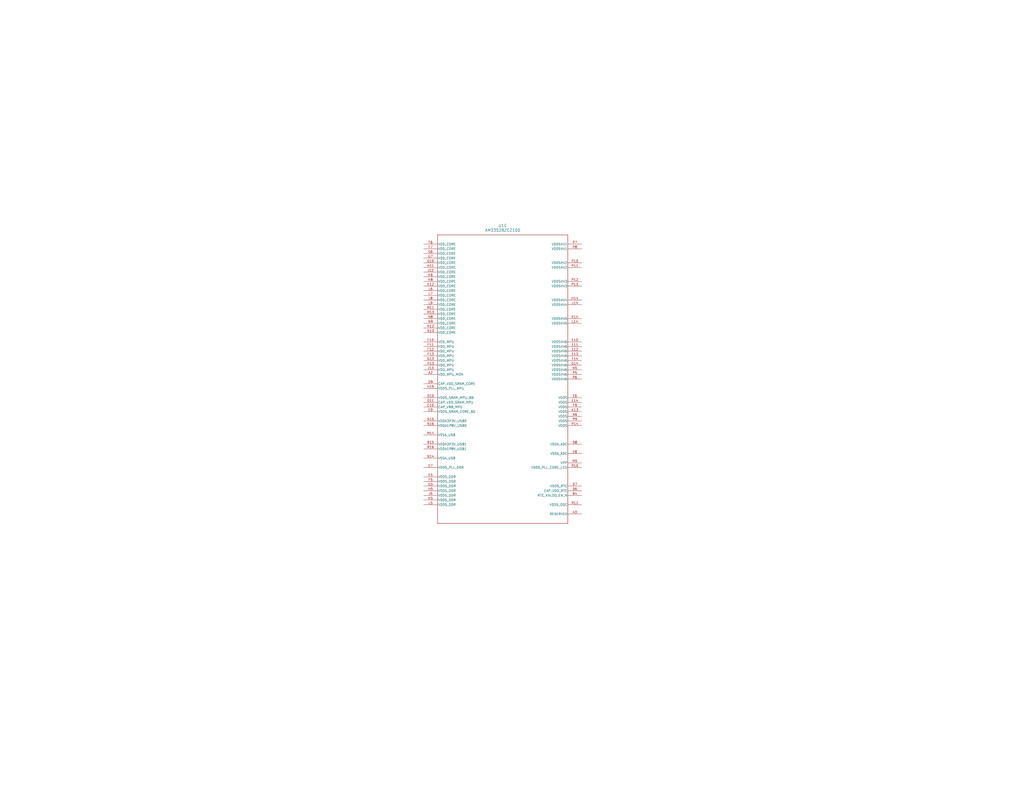
<source format=kicad_sch>
(kicad_sch (version 20231120) (generator "eeschema") (generator_version "8.0")
  (paper "C")
  (lib_symbols
    (symbol "2024-05-21_15-48-39:AM3352BZCZ100" (pin_names (offset 0.254))
      (property "Reference" "U" (at 0 2.54 0))
      (property "Value" "AM3352BZCZ100" (at 0 0 0))
      (symbol "AM3352BZCZ100_1_1"
        (polyline (pts (xy -30.48 -88.9) (xy 30.48 -88.9)) (stroke (width 0.2032)))
        (polyline (pts (xy -30.48 91.44) (xy -30.48 -88.9)) (stroke (width 0.2032)))
        (polyline (pts (xy 30.48 -88.9) (xy 30.48 91.44)) (stroke (width 0.2032)))
        (polyline (pts (xy 30.48 91.44) (xy -30.48 91.44)) (stroke (width 0.2032)))
        (pin bidirectional line (at 38.1 83.82 180) (length 7.62) (name "WARMRST_N") (number "A10"))
        (pin output line (at 38.1 53.34 180) (length 7.62) (name "TDO") (number "A11"))
        (pin input line (at 38.1 55.88 180) (length 7.62) (name "TCK") (number "A12"))
        (pin input line (at 38.1 73.66 180) (length 7.62) (name "XDMA_EVENT_INTR0") (number "A15"))
        (pin output line (at -38.1 68.58 0) (length 7.62) (name "RTC_XTALOUT") (number "A4"))
        (pin power_in line (at -38.1 66.04 0) (length 7.62) (name "VSS_RTC") (number "A5"))
        (pin input line (at -38.1 73.66 0) (length 7.62) (name "RTC_XTALIN") (number "A6"))
        (pin output line (at -38.1 45.72 0) (length 7.62) (name "DDR_A5") (number "B1"))
        (pin input line (at 38.1 63.5 180) (length 7.62) (name "TRST_N") (number "B10"))
        (pin input line (at 38.1 58.42 180) (length 7.62) (name "TDI") (number "B11"))
        (pin bidirectional line (at 38.1 48.26 180) (length 7.62) (name "EMU1") (number "B14"))
        (pin input line (at 38.1 86.36 180) (length 7.62) (name "PWRONRST_N") (number "B15"))
        (pin input line (at 38.1 76.2 180) (length 7.62) (name "EXTINT_N") (number "B18"))
        (pin output line (at -38.1 -50.8 0) (length 7.62) (name "DDR_WE_N") (number "B2"))
        (pin output line (at -38.1 12.7 0) (length 7.62) (name "DDR_BA2") (number "B3"))
        (pin input line (at 38.1 81.28 180) (length 7.62) (name "RTC_PWRONRST_N") (number "B5"))
        (pin output line (at -38.1 35.56 0) (length 7.62) (name "DDR_A9") (number "C1"))
        (pin input line (at 38.1 60.96 180) (length 7.62) (name "TMS") (number "C11"))
        (pin bidirectional line (at 38.1 50.8 180) (length 7.62) (name "EMU0") (number "C14"))
        (pin output line (at -38.1 48.26 0) (length 7.62) (name "DDR_A4") (number "C2"))
        (pin output line (at -38.1 50.8 0) (length 7.62) (name "DDR_A3") (number "C3"))
        (pin output line (at -38.1 17.78 0) (length 7.62) (name "DDR_BA0") (number "C4"))
        (pin output line (at -38.1 -38.1 0) (length 7.62) (name "DDR_CK_N") (number "D1"))
        (pin input line (at 38.1 71.12 180) (length 7.62) (name "XDMA_EVENT_INTR1") (number "D14"))
        (pin output line (at -38.1 -35.56 0) (length 7.62) (name "DDR_CK") (number "D2"))
        (pin output line (at -38.1 20.32 0) (length 7.62) (name "DDR_A15") (number "D3"))
        (pin output line (at -38.1 38.1 0) (length 7.62) (name "DDR_A8") (number "D4"))
        (pin output line (at -38.1 43.18 0) (length 7.62) (name "DDR_A6") (number "D5"))
        (pin output line (at -38.1 15.24 0) (length 7.62) (name "DDR_BA1") (number "E1"))
        (pin output line (at -38.1 40.64 0) (length 7.62) (name "DDR_A7") (number "E2"))
        (pin output line (at -38.1 27.94 0) (length 7.62) (name "DDR_A12") (number "E3"))
        (pin output line (at -38.1 53.34 0) (length 7.62) (name "DDR_A2") (number "E4"))
        (pin output line (at -38.1 -45.72 0) (length 7.62) (name "DDR_CAS_N") (number "F1"))
        (pin bidirectional line (at 38.1 -81.28 180) (length 7.62) (name "MMC0_DAT3") (number "F17"))
        (pin bidirectional line (at 38.1 -78.74 180) (length 7.62) (name "MMC0_DAT2") (number "F18"))
        (pin output line (at -38.1 30.48 0) (length 7.62) (name "DDR_A11") (number "F2"))
        (pin output line (at -38.1 58.42 0) (length 7.62) (name "DDR_A0") (number "F3"))
        (pin output line (at -38.1 33.02 0) (length 7.62) (name "DDR_A10") (number "F4"))
        (pin output line (at -38.1 -73.66 0) (length 7.62) (name "DDR_ODT") (number "G1"))
        (pin bidirectional line (at 38.1 -76.2 180) (length 7.62) (name "MMC0_DAT1") (number "G15"))
        (pin bidirectional line (at 38.1 -73.66 180) (length 7.62) (name "MMC0_DAT0") (number "G16"))
        (pin bidirectional line (at 38.1 -71.12 180) (length 7.62) (name "MMC0_CLK") (number "G17"))
        (pin bidirectional line (at 38.1 -68.58 180) (length 7.62) (name "MMC0_CMD") (number "G18"))
        (pin output line (at -38.1 -76.2 0) (length 7.62) (name "DDR_RESET_N") (number "G2"))
        (pin output line (at -38.1 -40.64 0) (length 7.62) (name "DDR_CKE") (number "G3"))
        (pin output line (at -38.1 -48.26 0) (length 7.62) (name "DDR_RAS_N") (number "G4"))
        (pin output line (at -38.1 55.88 0) (length 7.62) (name "DDR_A1") (number "H1"))
        (pin output line (at -38.1 -43.18 0) (length 7.62) (name "DDR_CS0_N") (number "H2"))
        (pin output line (at -38.1 25.4 0) (length 7.62) (name "DDR_A13") (number "H3"))
        (pin output line (at -38.1 22.86 0) (length 7.62) (name "DDR_A14") (number "H4"))
        (pin bidirectional line (at -38.1 -12.7 0) (length 7.62) (name "DDR_D8") (number "J1"))
        (pin output line (at -38.1 -63.5 0) (length 7.62) (name "DDR_DQM1") (number "J2"))
        (pin power_in line (at -38.1 -78.74 0) (length 7.62) (name "DDR_VTP") (number "J3"))
        (pin power_in line (at -38.1 -83.82 0) (length 7.62) (name "DDR_VREF") (number "J4"))
        (pin bidirectional line (at -38.1 -15.24 0) (length 7.62) (name "DDR_D9") (number "K1"))
        (pin bidirectional line (at -38.1 -17.78 0) (length 7.62) (name "DDR_D10") (number "K2"))
        (pin bidirectional line (at -38.1 -20.32 0) (length 7.62) (name "DDR_D11") (number "K3"))
        (pin bidirectional line (at -38.1 -22.86 0) (length 7.62) (name "DDR_D12") (number "K4"))
        (pin bidirectional line (at -38.1 -66.04 0) (length 7.62) (name "DDR_DQS1") (number "L1"))
        (pin bidirectional line (at -38.1 -68.58 0) (length 7.62) (name "DDR_DQS1_N") (number "L2"))
        (pin bidirectional line (at -38.1 -25.4 0) (length 7.62) (name "DDR_D13") (number "L3"))
        (pin bidirectional line (at -38.1 -27.94 0) (length 7.62) (name "DDR_D14") (number "L4"))
        (pin bidirectional line (at -38.1 -30.48 0) (length 7.62) (name "DDR_D15") (number "M1"))
        (pin output line (at -38.1 -55.88 0) (length 7.62) (name "DDR_DQM0") (number "M2"))
        (pin bidirectional line (at -38.1 7.62 0) (length 7.62) (name "DDR_D0") (number "M3"))
        (pin bidirectional line (at -38.1 5.08 0) (length 7.62) (name "DDR_D1") (number "M4"))
        (pin bidirectional line (at -38.1 2.54 0) (length 7.62) (name "DDR_D2") (number "N1"))
        (pin bidirectional line (at -38.1 0 0) (length 7.62) (name "DDR_D3") (number "N2"))
        (pin bidirectional line (at -38.1 -2.54 0) (length 7.62) (name "DDR_D4") (number "N3"))
        (pin bidirectional line (at -38.1 -5.08 0) (length 7.62) (name "DDR_D5") (number "N4"))
        (pin bidirectional line (at -38.1 -58.42 0) (length 7.62) (name "DDR_DQS0") (number "P1"))
        (pin bidirectional line (at -38.1 -60.96 0) (length 7.62) (name "DDR_DQS0_N") (number "P2"))
        (pin bidirectional line (at -38.1 -7.62 0) (length 7.62) (name "DDR_D6") (number "P3"))
        (pin bidirectional line (at -38.1 -10.16 0) (length 7.62) (name "DDR_D7") (number "P4"))
        (pin bidirectional line (at 38.1 -22.86 180) (length 7.62) (name "GPMC_AD13") (number "R12"))
        (pin bidirectional line (at 38.1 -33.02 180) (length 7.62) (name "GPMC_A0") (number "R13"))
        (pin bidirectional line (at 38.1 -43.18 180) (length 7.62) (name "GPMC_A4") (number "R14"))
        (pin bidirectional line (at 38.1 25.4 180) (length 7.62) (name "GPMC_ADV_ALE_N") (number "R7"))
        (pin bidirectional line (at 38.1 5.08 180) (length 7.62) (name "GPMC_AD2") (number "R8"))
        (pin bidirectional line (at 38.1 -5.08 180) (length 7.62) (name "GPMC_AD6") (number "R9"))
        (pin bidirectional line (at 38.1 -12.7 180) (length 7.62) (name "GPMC_AD9") (number "T10"))
        (pin bidirectional line (at 38.1 -15.24 180) (length 7.62) (name "GPMC_AD10") (number "T11"))
        (pin bidirectional line (at 38.1 -20.32 180) (length 7.62) (name "GPMC_AD12") (number "T12"))
        (pin bidirectional line (at 38.1 33.02 180) (length 7.62) (name "GPMC_CS3_N") (number "T13"))
        (pin bidirectional line (at 38.1 -40.64 180) (length 7.62) (name "GPMC_A3") (number "T14"))
        (pin bidirectional line (at 38.1 -50.8 180) (length 7.62) (name "GPMC_A7") (number "T15"))
        (pin bidirectional line (at 38.1 -58.42 180) (length 7.62) (name "GPMC_A10") (number "T16"))
        (pin bidirectional line (at 38.1 17.78 180) (length 7.62) (name "GPMC_WAIT0") (number "T17"))
        (pin bidirectional line (at 38.1 22.86 180) (length 7.62) (name "GPMC_BE0_CLE_N") (number "T6"))
        (pin bidirectional line (at 38.1 27.94 180) (length 7.62) (name "GPMC_OEN_RE_N") (number "T7"))
        (pin bidirectional line (at 38.1 2.54 180) (length 7.62) (name "GPMC_AD3") (number "T8"))
        (pin bidirectional line (at 38.1 -7.62 180) (length 7.62) (name "GPMC_AD7") (number "T9"))
        (pin bidirectional line (at 38.1 -10.16 180) (length 7.62) (name "GPMC_AD8") (number "U10"))
        (pin output line (at -38.1 81.28 0) (length 7.62) (name "XTALOUT") (number "U11"))
        (pin bidirectional line (at 38.1 -17.78 180) (length 7.62) (name "GPMC_AD11") (number "U12"))
        (pin bidirectional line (at 38.1 -27.94 180) (length 7.62) (name "GPMC_AD15") (number "U13"))
        (pin bidirectional line (at 38.1 -38.1 180) (length 7.62) (name "GPMC_A2") (number "U14"))
        (pin bidirectional line (at 38.1 -48.26 180) (length 7.62) (name "GPMC_A6") (number "U15"))
        (pin bidirectional line (at 38.1 -55.88 180) (length 7.62) (name "GPMC_A9") (number "U16"))
        (pin bidirectional line (at 38.1 15.24 180) (length 7.62) (name "GPMC_WP_N") (number "U17"))
        (pin bidirectional line (at 38.1 20.32 180) (length 7.62) (name "GPMC_BE1_N") (number "U18"))
        (pin bidirectional line (at 38.1 30.48 180) (length 7.62) (name "GPMC_WE_N") (number "U6"))
        (pin bidirectional line (at 38.1 10.16 180) (length 7.62) (name "GPMC_AD0") (number "U7"))
        (pin bidirectional line (at 38.1 0 180) (length 7.62) (name "GPMC_AD4") (number "U8"))
        (pin bidirectional line (at 38.1 38.1 180) (length 7.62) (name "GPMC_CS1_N") (number "U9"))
        (pin input line (at -38.1 86.36 0) (length 7.62) (name "XTALIN") (number "V10"))
        (pin power_in line (at -38.1 78.74 0) (length 7.62) (name "VSS_OSC") (number "V11"))
        (pin bidirectional line (at 38.1 43.18 180) (length 7.62) (name "GPMC_CLK") (number "V12"))
        (pin bidirectional line (at 38.1 -25.4 180) (length 7.62) (name "GPMC_AD14") (number "V13"))
        (pin bidirectional line (at 38.1 -35.56 180) (length 7.62) (name "GPMC_A1") (number "V14"))
        (pin bidirectional line (at 38.1 -45.72 180) (length 7.62) (name "GPMC_A5") (number "V15"))
        (pin bidirectional line (at 38.1 -53.34 180) (length 7.62) (name "GPMC_A8") (number "V16"))
        (pin bidirectional line (at 38.1 -60.96 180) (length 7.62) (name "GPMC_A11") (number "V17"))
        (pin bidirectional line (at 38.1 40.64 180) (length 7.62) (name "GPMC_CS0_N") (number "V6"))
        (pin bidirectional line (at 38.1 7.62 180) (length 7.62) (name "GPMC_AD1") (number "V7"))
        (pin bidirectional line (at 38.1 -2.54 180) (length 7.62) (name "GPMC_AD5") (number "V8"))
        (pin bidirectional line (at 38.1 35.56 180) (length 7.62) (name "GPMC_CS2_N") (number "V9"))
      )
      (symbol "AM3352BZCZ100_2_1"
        (polyline (pts (xy -25.4 -71.12) (xy 25.4 -71.12)) (stroke (width 0.2032)))
        (polyline (pts (xy -25.4 71.12) (xy -25.4 -71.12)) (stroke (width 0.2032)))
        (polyline (pts (xy 25.4 -71.12) (xy 25.4 71.12)) (stroke (width 0.2032)))
        (polyline (pts (xy 25.4 71.12) (xy -25.4 71.12)) (stroke (width 0.2032)))
        (pin bidirectional line (at 33.02 -45.72 180) (length 7.62) (name "MCASP0_ACLKX") (number "A13"))
        (pin bidirectional line (at 33.02 -43.18 180) (length 7.62) (name "MCASP0_AHCLKX") (number "A14"))
        (pin bidirectional line (at -33.02 17.78 0) (length 7.62) (name "SPI0_CS0") (number "A16"))
        (pin bidirectional line (at -33.02 25.4 0) (length 7.62) (name "SPI0_SCLK") (number "A17"))
        (pin bidirectional line (at -33.02 48.26 0) (length 7.62) (name "AIN3") (number "A7"))
        (pin input line (at -33.02 40.64 0) (length 7.62) (name "AIN6") (number "A8"))
        (pin power_in line (at -33.02 30.48 0) (length 7.62) (name "VREFN") (number "A9"))
        (pin bidirectional line (at 33.02 -55.88 180) (length 7.62) (name "MCASP0_ACLKR") (number "B12"))
        (pin bidirectional line (at 33.02 -48.26 180) (length 7.62) (name "MCASP0_FSX") (number "B13"))
        (pin bidirectional line (at -33.02 20.32 0) (length 7.62) (name "SPI0_D1") (number "B16"))
        (pin bidirectional line (at -33.02 22.86 0) (length 7.62) (name "SPI0_D0") (number "B17"))
        (pin bidirectional line (at -33.02 55.88 0) (length 7.62) (name "AIN0") (number "B6"))
        (pin bidirectional line (at -33.02 50.8 0) (length 7.62) (name "AIN2") (number "B7"))
        (pin input line (at -33.02 43.18 0) (length 7.62) (name "AIN5") (number "B8"))
        (pin power_in line (at -33.02 33.02 0) (length 7.62) (name "VREFP") (number "B9"))
        (pin bidirectional line (at 33.02 -53.34 180) (length 7.62) (name "MCASP0_AHCLKR") (number "C12"))
        (pin bidirectional line (at 33.02 -58.42 180) (length 7.62) (name "MCASP0_FSR") (number "C13"))
        (pin bidirectional line (at -33.02 15.24 0) (length 7.62) (name "SPI0_CS1") (number "C15"))
        (pin bidirectional line (at -33.02 -20.32 0) (length 7.62) (name "I2C0_SCL") (number "C16"))
        (pin bidirectional line (at -33.02 -22.86 0) (length 7.62) (name "I2C0_SDA") (number "C17"))
        (pin bidirectional line (at -33.02 -66.04 0) (length 7.62) (name "ECAP0_IN_PWM0_OUT") (number "C18"))
        (pin input line (at -33.02 63.5 0) (length 7.62) (name "EXT_WAKEUP") (number "C5"))
        (pin output line (at -33.02 66.04 0) (length 7.62) (name "PMIC_POWER_EN") (number "C6"))
        (pin bidirectional line (at -33.02 53.34 0) (length 7.62) (name "AIN1") (number "C7"))
        (pin bidirectional line (at -33.02 45.72 0) (length 7.62) (name "AIN4") (number "C8"))
        (pin input line (at -33.02 38.1 0) (length 7.62) (name "AIN7") (number "C9"))
        (pin bidirectional line (at 33.02 -50.8 180) (length 7.62) (name "MCASP0_AXR0") (number "D12"))
        (pin bidirectional line (at 33.02 -60.96 180) (length 7.62) (name "MCASP0_AXR1") (number "D13"))
        (pin bidirectional line (at -33.02 -7.62 0) (length 7.62) (name "UART1_TXD") (number "D15"))
        (pin bidirectional line (at -33.02 -10.16 0) (length 7.62) (name "UART1_RXD") (number "D16"))
        (pin bidirectional line (at -33.02 -15.24 0) (length 7.62) (name "UART1_RTS_N") (number "D17"))
        (pin bidirectional line (at -33.02 -12.7 0) (length 7.62) (name "UART1_CTS_N") (number "D18"))
        (pin bidirectional line (at -33.02 7.62 0) (length 7.62) (name "UART0_RXD") (number "E15"))
        (pin bidirectional line (at -33.02 10.16 0) (length 7.62) (name "UART0_TXD") (number "E16"))
        (pin bidirectional line (at -33.02 2.54 0) (length 7.62) (name "UART0_RTS_N") (number "E17"))
        (pin bidirectional line (at -33.02 5.08 0) (length 7.62) (name "UART0_CTS_N") (number "E18"))
        (pin bidirectional line (at -33.02 -55.88 0) (length 7.62) (name "USB1_DRVVBUS") (number "F15"))
        (pin bidirectional line (at -33.02 -38.1 0) (length 7.62) (name "USB0_DRVVBUS") (number "F16"))
        (pin bidirectional line (at 33.02 48.26 180) (length 7.62) (name "MII1_COL") (number "H16"))
        (pin bidirectional line (at 33.02 50.8 180) (length 7.62) (name "MII1_CRS") (number "H17"))
        (pin bidirectional line (at 33.02 22.86 180) (length 7.62) (name "RMII1_REF_CLK") (number "H18"))
        (pin bidirectional line (at 33.02 30.48 180) (length 7.62) (name "MII1_RX_ER") (number "J15"))
        (pin bidirectional line (at 33.02 53.34 180) (length 7.62) (name "MII1_TX_EN") (number "J16"))
        (pin bidirectional line (at 33.02 27.94 180) (length 7.62) (name "MII1_RX_DV") (number "J17"))
        (pin bidirectional line (at 33.02 55.88 180) (length 7.62) (name "MII1_TXD3") (number "J18"))
        (pin bidirectional line (at 33.02 58.42 180) (length 7.62) (name "MII1_TXD2") (number "K15"))
        (pin bidirectional line (at 33.02 60.96 180) (length 7.62) (name "MII1_TXD1") (number "K16"))
        (pin bidirectional line (at 33.02 63.5 180) (length 7.62) (name "MII1_TXD0") (number "K17"))
        (pin bidirectional line (at 33.02 66.04 180) (length 7.62) (name "MII1_TX_CLK") (number "K18"))
        (pin bidirectional line (at 33.02 38.1 180) (length 7.62) (name "MII1_RXD1") (number "L15"))
        (pin bidirectional line (at 33.02 35.56 180) (length 7.62) (name "MII1_RXD2") (number "L16"))
        (pin bidirectional line (at 33.02 33.02 180) (length 7.62) (name "MII1_RXD3") (number "L17"))
        (pin bidirectional line (at 33.02 43.18 180) (length 7.62) (name "MII1_RX_CLK") (number "L18"))
        (pin output line (at -33.02 -33.02 0) (length 7.62) (name "USB0_CE") (number "M15"))
        (pin bidirectional line (at 33.02 40.64 180) (length 7.62) (name "MII1_RXD0") (number "M16"))
        (pin bidirectional line (at 33.02 17.78 180) (length 7.62) (name "MDIO") (number "M17"))
        (pin bidirectional line (at 33.02 20.32 180) (length 7.62) (name "MDC") (number "M18"))
        (pin output line (at -33.02 -27.94 0) (length 7.62) (name "USB0_DP") (number "N17"))
        (pin output line (at -33.02 -30.48 0) (length 7.62) (name "USB0_DM") (number "N18"))
        (pin power_in line (at -33.02 -40.64 0) (length 7.62) (name "USB0_VBUS") (number "P15"))
        (pin input line (at -33.02 -35.56 0) (length 7.62) (name "USB0_ID") (number "P16"))
        (pin input line (at -33.02 -53.34 0) (length 7.62) (name "USB1_ID") (number "P17"))
        (pin output line (at -33.02 -50.8 0) (length 7.62) (name "USB1_CE") (number "P18"))
        (pin bidirectional line (at 33.02 12.7 180) (length 7.62) (name "LCD_DATA0") (number "R1"))
        (pin output line (at -33.02 -45.72 0) (length 7.62) (name "USB1_DP") (number "R17"))
        (pin output line (at -33.02 -48.26 0) (length 7.62) (name "USB1_DM") (number "R18"))
        (pin bidirectional line (at 33.02 10.16 180) (length 7.62) (name "LCD_DATA1") (number "R2"))
        (pin bidirectional line (at 33.02 7.62 180) (length 7.62) (name "LCD_DATA2") (number "R3"))
        (pin bidirectional line (at 33.02 5.08 180) (length 7.62) (name "LCD_DATA3") (number "R4"))
        (pin bidirectional line (at 33.02 -35.56 180) (length 7.62) (name "LCD_HSYNC") (number "R5"))
        (pin bidirectional line (at 33.02 -38.1 180) (length 7.62) (name "LCD_AC_BIAS_EN") (number "R6"))
        (pin bidirectional line (at 33.02 2.54 180) (length 7.62) (name "LCD_DATA4") (number "T1"))
        (pin power_in line (at -33.02 -58.42 0) (length 7.62) (name "USB1_VBUS") (number "T18"))
        (pin bidirectional line (at 33.02 0 180) (length 7.62) (name "LCD_DATA5") (number "T2"))
        (pin bidirectional line (at 33.02 -2.54 180) (length 7.62) (name "LCD_DATA6") (number "T3"))
        (pin bidirectional line (at 33.02 -5.08 180) (length 7.62) (name "LCD_DATA7") (number "T4"))
        (pin bidirectional line (at 33.02 -25.4 180) (length 7.62) (name "LCD_DATA15") (number "T5"))
        (pin bidirectional line (at 33.02 -7.62 180) (length 7.62) (name "LCD_DATA8") (number "U1"))
        (pin bidirectional line (at 33.02 -10.16 180) (length 7.62) (name "LCD_DATA9") (number "U2"))
        (pin bidirectional line (at 33.02 -12.7 180) (length 7.62) (name "LCD_DATA10") (number "U3"))
        (pin bidirectional line (at 33.02 -15.24 180) (length 7.62) (name "LCD_DATA11") (number "U4"))
        (pin bidirectional line (at 33.02 -33.02 180) (length 7.62) (name "LCD_VSYNC") (number "U5"))
        (pin bidirectional line (at 33.02 -17.78 180) (length 7.62) (name "LCD_DATA12") (number "V2"))
        (pin bidirectional line (at 33.02 -20.32 180) (length 7.62) (name "LCD_DATA13") (number "V3"))
        (pin bidirectional line (at 33.02 -22.86 180) (length 7.62) (name "LCD_DATA14") (number "V4"))
        (pin bidirectional line (at 33.02 -30.48 180) (length 7.62) (name "LCD_PCLK") (number "V5"))
      )
      (symbol "AM3352BZCZ100_3_1"
        (polyline (pts (xy -35.56 -78.74) (xy 35.56 -78.74)) (stroke (width 0.2032)))
        (polyline (pts (xy -35.56 78.74) (xy -35.56 -78.74)) (stroke (width 0.2032)))
        (polyline (pts (xy 35.56 -78.74) (xy 35.56 78.74)) (stroke (width 0.2032)))
        (polyline (pts (xy 35.56 78.74) (xy -35.56 78.74)) (stroke (width 0.2032)))
        (pin power_in line (at -43.18 2.54 0) (length 7.62) (name "VDD_MPU_MON") (number "A2"))
        (pin unspecified line (at 43.18 -73.66 180) (length 7.62) (name "RESERVED") (number "A3"))
        (pin input line (at 43.18 -63.5 180) (length 7.62) (name "RTC_KALDO_EN_N") (number "B4"))
        (pin unspecified line (at -43.18 -15.24 0) (length 7.62) (name "CAP_VBB_MPU") (number "C10"))
        (pin power_in line (at -43.18 -10.16 0) (length 7.62) (name "VDDS_SRAM_MPU_BB") (number "D10"))
        (pin unspecified line (at -43.18 -12.7 0) (length 7.62) (name "CAP_VDD_SRAM_MPU") (number "D11"))
        (pin unspecified line (at 43.18 -60.96 180) (length 7.62) (name "CAP_VDD_RTC") (number "D6"))
        (pin power_in line (at 43.18 -58.42 180) (length 7.62) (name "VDDS_RTC") (number "D7"))
        (pin power_in line (at 43.18 -35.56 180) (length 7.62) (name "VDDA_ADC") (number "D8"))
        (pin unspecified line (at -43.18 -2.54 0) (length 7.62) (name "CAP_VDD_SRAM_CORE") (number "D9"))
        (pin power_in line (at 43.18 20.32 180) (length 7.62) (name "VDDSHV6") (number "E10"))
        (pin power_in line (at 43.18 17.78 180) (length 7.62) (name "VDDSHV6") (number "E11"))
        (pin power_in line (at 43.18 15.24 180) (length 7.62) (name "VDDSHV6") (number "E12"))
        (pin power_in line (at 43.18 12.7 180) (length 7.62) (name "VDDSHV6") (number "E13"))
        (pin power_in line (at 43.18 -12.7 180) (length 7.62) (name "VDDS") (number "E14"))
        (pin power_in line (at -43.18 -53.34 0) (length 7.62) (name "VDDS_DDR") (number "E5"))
        (pin power_in line (at 43.18 -10.16 180) (length 7.62) (name "VDDS") (number "E6"))
        (pin power_in line (at -43.18 -48.26 0) (length 7.62) (name "VDDS_PLL_DDR") (number "E7"))
        (pin power_in line (at 43.18 -40.64 180) (length 7.62) (name "VSSA_ADC") (number "E8"))
        (pin power_in line (at -43.18 -17.78 0) (length 7.62) (name "VDDS_SRAM_CORE_BG") (number "E9"))
        (pin power_in line (at -43.18 20.32 0) (length 7.62) (name "VDD_MPU") (number "F10"))
        (pin power_in line (at -43.18 17.78 0) (length 7.62) (name "VDD_MPU") (number "F11"))
        (pin power_in line (at -43.18 15.24 0) (length 7.62) (name "VDD_MPU") (number "F12"))
        (pin power_in line (at -43.18 12.7 0) (length 7.62) (name "VDD_MPU") (number "F13"))
        (pin power_in line (at 43.18 10.16 180) (length 7.62) (name "VDDSHV6") (number "F14"))
        (pin power_in line (at -43.18 -55.88 0) (length 7.62) (name "VDDS_DDR") (number "F5"))
        (pin power_in line (at -43.18 73.66 0) (length 7.62) (name "VDD_CORE") (number "F6"))
        (pin power_in line (at -43.18 71.12 0) (length 7.62) (name "VDD_CORE") (number "F7"))
        (pin power_in line (at 43.18 -15.24 180) (length 7.62) (name "VDDS") (number "F9"))
        (pin power_in line (at -43.18 63.5 0) (length 7.62) (name "VDD_CORE") (number "G10"))
        (pin power_in line (at -43.18 10.16 0) (length 7.62) (name "VDD_MPU") (number "G13"))
        (pin power_in line (at 43.18 7.62 180) (length 7.62) (name "VDDSHV6") (number "G14"))
        (pin power_in line (at -43.18 -58.42 0) (length 7.62) (name "VDDS_DDR") (number "G5"))
        (pin power_in line (at -43.18 68.58 0) (length 7.62) (name "VDD_CORE") (number "G6"))
        (pin power_in line (at -43.18 66.04 0) (length 7.62) (name "VDD_CORE") (number "G7"))
        (pin power_in line (at -43.18 60.96 0) (length 7.62) (name "VDD_CORE") (number "H11"))
        (pin power_in line (at -43.18 7.62 0) (length 7.62) (name "VDD_MPU") (number "H13"))
        (pin power_in line (at 43.18 43.18 180) (length 7.62) (name "VDDSHV4") (number "H14"))
        (pin power_in line (at -43.18 -5.08 0) (length 7.62) (name "VDDS_PLL_MPU") (number "H15"))
        (pin power_in line (at -43.18 -60.96 0) (length 7.62) (name "VDDS_DDR") (number "H5"))
        (pin power_in line (at -43.18 58.42 0) (length 7.62) (name "VDD_CORE") (number "J12"))
        (pin power_in line (at -43.18 5.08 0) (length 7.62) (name "VDD_MPU") (number "J13"))
        (pin power_in line (at 43.18 40.64 180) (length 7.62) (name "VDDSHV4") (number "J14"))
        (pin power_in line (at -43.18 -63.5 0) (length 7.62) (name "VDDS_DDR") (number "J5"))
        (pin power_in line (at -43.18 50.8 0) (length 7.62) (name "VDD_CORE") (number "K12"))
        (pin power_in line (at 43.18 -17.78 180) (length 7.62) (name "VDDS") (number "K13"))
        (pin power_in line (at 43.18 33.02 180) (length 7.62) (name "VDDSHV5") (number "K14"))
        (pin power_in line (at -43.18 -66.04 0) (length 7.62) (name "VDDS_DDR") (number "K5"))
        (pin power_in line (at -43.18 55.88 0) (length 7.62) (name "VDD_CORE") (number "K6"))
        (pin power_in line (at -43.18 53.34 0) (length 7.62) (name "VDD_CORE") (number "K8"))
        (pin power_in line (at 43.18 30.48 180) (length 7.62) (name "VDDSHV5") (number "L14"))
        (pin power_in line (at -43.18 -68.58 0) (length 7.62) (name "VDDS_DDR") (number "L5"))
        (pin power_in line (at -43.18 48.26 0) (length 7.62) (name "VDD_CORE") (number "L6"))
        (pin power_in line (at -43.18 45.72 0) (length 7.62) (name "VDD_CORE") (number "L7"))
        (pin power_in line (at -43.18 43.18 0) (length 7.62) (name "VDD_CORE") (number "L8"))
        (pin power_in line (at -43.18 40.64 0) (length 7.62) (name "VDD_CORE") (number "L9"))
        (pin power_in line (at -43.18 38.1 0) (length 7.62) (name "VDD_CORE") (number "M11"))
        (pin power_in line (at -43.18 35.56 0) (length 7.62) (name "VDD_CORE") (number "M13"))
        (pin power_in line (at -43.18 -30.48 0) (length 7.62) (name "VSSA_USB") (number "M14"))
        (pin power_in line (at 43.18 -45.72 180) (length 7.62) (name "VPP") (number "M5"))
        (pin power_in line (at -43.18 27.94 0) (length 7.62) (name "VDD_CORE") (number "N12"))
        (pin power_in line (at -43.18 25.4 0) (length 7.62) (name "VDD_CORE") (number "N13"))
        (pin power_in line (at -43.18 -43.18 0) (length 7.62) (name "VSSA_USB") (number "N14"))
        (pin power_in line (at -43.18 -22.86 0) (length 7.62) (name "VDDA3P3V_USB0") (number "N15"))
        (pin power_in line (at -43.18 -25.4 0) (length 7.62) (name "VDDA1P8V_USB0") (number "N16"))
        (pin power_in line (at 43.18 5.08 180) (length 7.62) (name "VDDSHV6") (number "N5"))
        (pin power_in line (at 43.18 -20.32 180) (length 7.62) (name "VDDS") (number "N6"))
        (pin power_in line (at -43.18 33.02 0) (length 7.62) (name "VDD_CORE") (number "N8"))
        (pin power_in line (at -43.18 30.48 0) (length 7.62) (name "VDD_CORE") (number "N9"))
        (pin power_in line (at 43.18 63.5 180) (length 7.62) (name "VDDSHV2") (number "P10"))
        (pin power_in line (at 43.18 60.96 180) (length 7.62) (name "VDDSHV2") (number "P11"))
        (pin power_in line (at 43.18 53.34 180) (length 7.62) (name "VDDSHV3") (number "P12"))
        (pin power_in line (at 43.18 50.8 180) (length 7.62) (name "VDDSHV3") (number "P13"))
        (pin power_in line (at 43.18 -25.4 180) (length 7.62) (name "VDDS") (number "P14"))
        (pin power_in line (at 43.18 2.54 180) (length 7.62) (name "VDDSHV6") (number "P5"))
        (pin power_in line (at 43.18 0 180) (length 7.62) (name "VDDSHV6") (number "P6"))
        (pin power_in line (at 43.18 73.66 180) (length 7.62) (name "VDDSHV1") (number "P7"))
        (pin power_in line (at 43.18 71.12 180) (length 7.62) (name "VDDSHV1") (number "P8"))
        (pin power_in line (at 43.18 -22.86 180) (length 7.62) (name "VDDS") (number "P9"))
        (pin power_in line (at 43.18 -48.26 180) (length 7.62) (name "VDDS_PLL_CORE_LCD") (number "R10"))
        (pin power_in line (at 43.18 -68.58 180) (length 7.62) (name "VDDS_OSC") (number "R11"))
        (pin power_in line (at -43.18 -35.56 0) (length 7.62) (name "VDDA3P3V_USB1") (number "R15"))
        (pin power_in line (at -43.18 -38.1 0) (length 7.62) (name "VDDA1P8V_USB1") (number "R16"))
      )
      (symbol "AM3352BZCZ100_4_1"
        (polyline (pts (xy -15.24 -27.94) (xy 15.24 -27.94)) (stroke (width 0.2032)))
        (polyline (pts (xy -15.24 27.94) (xy -15.24 -27.94)) (stroke (width 0.2032)))
        (polyline (pts (xy 15.24 -27.94) (xy 15.24 27.94)) (stroke (width 0.2032)))
        (polyline (pts (xy 15.24 27.94) (xy -15.24 27.94)) (stroke (width 0.2032)))
        (pin power_in line (at -22.86 22.86 0) (length 7.62) (name "VSS") (number "A1"))
        (pin power_in line (at -22.86 20.32 0) (length 7.62) (name "VSS") (number "A18"))
        (pin power_in line (at -22.86 17.78 0) (length 7.62) (name "VSS") (number "F8"))
        (pin power_in line (at -22.86 10.16 0) (length 7.62) (name "VSS") (number "G11"))
        (pin power_in line (at -22.86 7.62 0) (length 7.62) (name "VSS") (number "G12"))
        (pin power_in line (at -22.86 15.24 0) (length 7.62) (name "VSS") (number "G8"))
        (pin power_in line (at -22.86 12.7 0) (length 7.62) (name "VSS") (number "G9"))
        (pin power_in line (at -22.86 -5.08 0) (length 7.62) (name "VSS") (number "H10"))
        (pin power_in line (at -22.86 -7.62 0) (length 7.62) (name "VSS") (number "H12"))
        (pin power_in line (at -22.86 5.08 0) (length 7.62) (name "VSS") (number "H6"))
        (pin power_in line (at -22.86 2.54 0) (length 7.62) (name "VSS") (number "H7"))
        (pin power_in line (at -22.86 0 0) (length 7.62) (name "VSS") (number "H8"))
        (pin power_in line (at -22.86 -2.54 0) (length 7.62) (name "VSS") (number "H9"))
        (pin power_in line (at -22.86 -20.32 0) (length 7.62) (name "VSS") (number "J10"))
        (pin power_in line (at -22.86 -22.86 0) (length 7.62) (name "VSS") (number "J11"))
        (pin power_in line (at -22.86 -10.16 0) (length 7.62) (name "VSS") (number "J6"))
        (pin power_in line (at -22.86 -12.7 0) (length 7.62) (name "VSS") (number "J7"))
        (pin power_in line (at -22.86 -15.24 0) (length 7.62) (name "VSS") (number "J8"))
        (pin power_in line (at -22.86 -17.78 0) (length 7.62) (name "VSS") (number "J9"))
        (pin power_in line (at 22.86 17.78 180) (length 7.62) (name "VSS") (number "K10"))
        (pin power_in line (at 22.86 15.24 180) (length 7.62) (name "VSS") (number "K11"))
        (pin power_in line (at 22.86 22.86 180) (length 7.62) (name "VSS") (number "K7"))
        (pin power_in line (at 22.86 20.32 180) (length 7.62) (name "VSS") (number "K9"))
        (pin power_in line (at 22.86 12.7 180) (length 7.62) (name "VSS") (number "L10"))
        (pin power_in line (at 22.86 10.16 180) (length 7.62) (name "VSS") (number "L11"))
        (pin power_in line (at 22.86 7.62 180) (length 7.62) (name "VSS") (number "L12"))
        (pin power_in line (at 22.86 5.08 180) (length 7.62) (name "VSS") (number "L13"))
        (pin power_in line (at 22.86 -7.62 180) (length 7.62) (name "VSS") (number "M10"))
        (pin power_in line (at 22.86 -10.16 180) (length 7.62) (name "VSS") (number "M12"))
        (pin power_in line (at 22.86 2.54 180) (length 7.62) (name "VSS") (number "M6"))
        (pin power_in line (at 22.86 0 180) (length 7.62) (name "VSS") (number "M7"))
        (pin power_in line (at 22.86 -2.54 180) (length 7.62) (name "VSS") (number "M8"))
        (pin power_in line (at 22.86 -5.08 180) (length 7.62) (name "VSS") (number "M9"))
        (pin power_in line (at 22.86 -15.24 180) (length 7.62) (name "VSS") (number "N10"))
        (pin power_in line (at 22.86 -17.78 180) (length 7.62) (name "VSS") (number "N11"))
        (pin power_in line (at 22.86 -12.7 180) (length 7.62) (name "VSS") (number "N7"))
        (pin power_in line (at 22.86 -20.32 180) (length 7.62) (name "VSS") (number "V1"))
        (pin power_in line (at 22.86 -22.86 180) (length 7.62) (name "VSS") (number "V18"))
      )
    )
  )
  (symbol (lib_id "2024-05-21_15-48-39:AM3352BZCZ100") (at 274.32 207.01 0) (unit 3)
    (property "Reference" "U1" (at 274.32 123.19 0) (effects (font (size 1.524 1.524))))
    (property "Value" "AM3352BZCZ100" (at 274.32 125.73 0) (effects (font (size 1.524 1.524))))
    (property "Footprint" "ZCZ0324A" (effects (hide yes)))
    (property "Datasheet" "AM3352BZCZ100" (effects (hide yes)))
  )
)
</source>
